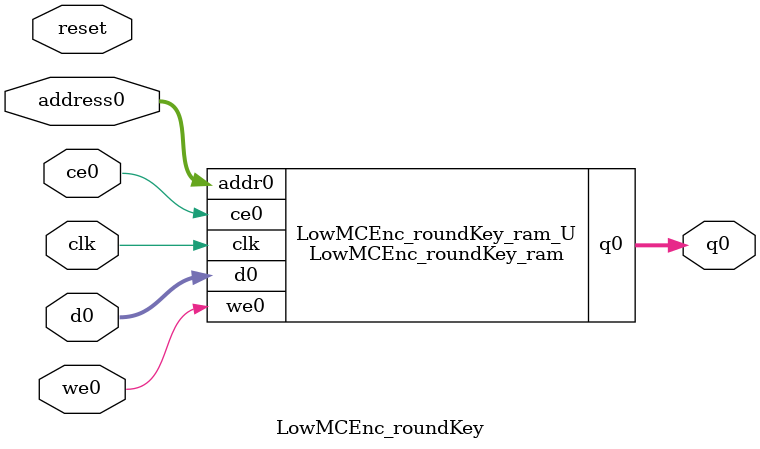
<source format=v>
`timescale 1 ns / 1 ps
module LowMCEnc_roundKey_ram (addr0, ce0, d0, we0, q0,  clk);

parameter DWIDTH = 32;
parameter AWIDTH = 4;
parameter MEM_SIZE = 16;

input[AWIDTH-1:0] addr0;
input ce0;
input[DWIDTH-1:0] d0;
input we0;
output reg[DWIDTH-1:0] q0;
input clk;

(* ram_style = "distributed" *)reg [DWIDTH-1:0] ram[0:MEM_SIZE-1];




always @(posedge clk)  
begin 
    if (ce0) begin
        if (we0) 
            ram[addr0] <= d0; 
        q0 <= ram[addr0];
    end
end


endmodule

`timescale 1 ns / 1 ps
module LowMCEnc_roundKey(
    reset,
    clk,
    address0,
    ce0,
    we0,
    d0,
    q0);

parameter DataWidth = 32'd32;
parameter AddressRange = 32'd16;
parameter AddressWidth = 32'd4;
input reset;
input clk;
input[AddressWidth - 1:0] address0;
input ce0;
input we0;
input[DataWidth - 1:0] d0;
output[DataWidth - 1:0] q0;



LowMCEnc_roundKey_ram LowMCEnc_roundKey_ram_U(
    .clk( clk ),
    .addr0( address0 ),
    .ce0( ce0 ),
    .we0( we0 ),
    .d0( d0 ),
    .q0( q0 ));

endmodule


</source>
